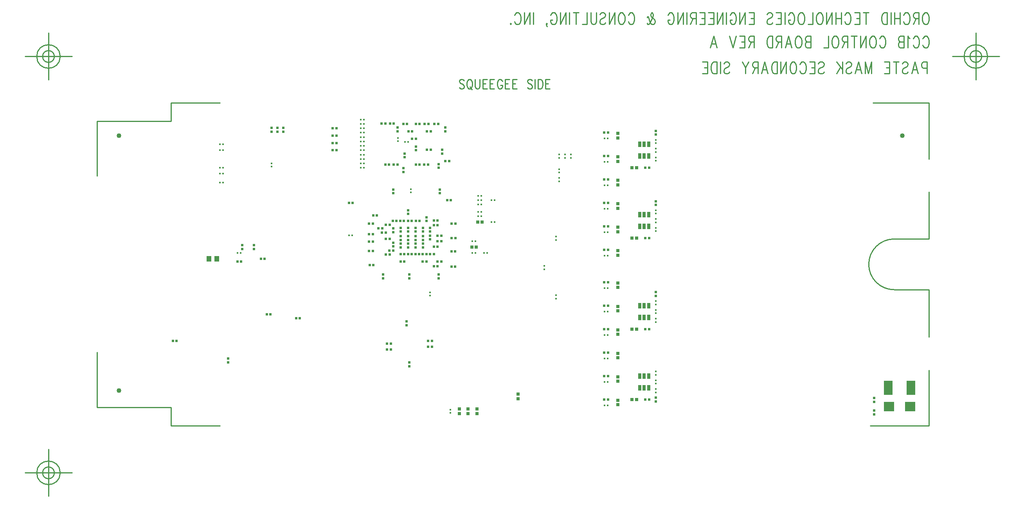
<source format=gbr>
*
*
G04 PADS 9.2 Build Number: 414666 generated Gerber (RS-274-X) file*
G04 PC Version=2.1*
*
%IN "CC1B_080118.pcb"*%
*
%MOIN*%
*
%FSLAX24Y24*%
*
*
*
*
G04 PC Standard Apertures*
*
*
G04 Thermal Relief Aperture macro.*
%AMTER*
1,1,$1,0,0*
1,0,$1-$2,0,0*
21,0,$3,$4,0,0,45*
21,0,$3,$4,0,0,135*
%
*
*
G04 Annular Aperture macro.*
%AMANN*
1,1,$1,0,0*
1,0,$2,0,0*
%
*
*
G04 Odd Aperture macro.*
%AMODD*
1,1,$1,0,0*
1,0,$1-0.005,0,0*
%
*
*
G04 PC Custom Aperture Macros*
*
*
*
*
*
*
G04 PC Aperture Table*
*
%ADD010C,0.001*%
%ADD024R,0.022X0.02*%
%ADD026C,0.04*%
%ADD028C,0.01*%
%ADD050R,0.03X0.03*%
%ADD054R,0.02X0.022*%
%ADD093R,0.04X0.045*%
%ADD109R,0.028X0.028*%
%ADD148R,0.025X0.045*%
%ADD197R,0.016X0.018*%
%ADD199R,0.018X0.016*%
%ADD334R,0.077X0.124*%
%ADD335R,0.09X0.08*%
*
*
*
*
G04 PC Circuitry*
G04 Layer Name CC1B_080118.pcb - circuitry*
%LPD*%
*
*
G04 PC Custom Flashes*
G04 Layer Name CC1B_080118.pcb - flashes*
%LPD*%
*
*
G04 PC Circuitry*
G04 Layer Name CC1B_080118.pcb - circuitry*
%LPD*%
*
G54D10*
G54D24*
G01X61870Y25735D03*
Y25415D03*
X77320Y25090D03*
Y25410D03*
X77070Y28910D03*
Y28590D03*
X116920Y20990D03*
Y21310D03*
Y22385D03*
Y22065D03*
X98320Y44840D03*
Y45160D03*
Y38840D03*
Y39160D03*
Y31090D03*
Y31410D03*
Y22410D03*
Y22090D03*
X65570Y45410D03*
Y45090D03*
X66070Y45410D03*
Y45090D03*
X66570Y45410D03*
Y45090D03*
X77199Y38388D03*
Y38068D03*
Y36892D03*
Y36572D03*
X76570Y36892D03*
Y36572D03*
X77829Y36892D03*
Y36572D03*
Y36183D03*
Y35863D03*
X77199Y35233D03*
Y35553D03*
X78459Y35233D03*
Y35553D03*
X77829Y35233D03*
Y35553D03*
X78459Y36183D03*
Y35863D03*
X77199D03*
Y36183D03*
X76570Y35233D03*
Y35553D03*
X78459Y36892D03*
Y36572D03*
X79089Y36223D03*
Y35903D03*
X75940Y39840D03*
Y40160D03*
X79916Y39840D03*
Y40160D03*
X79089Y36572D03*
Y36892D03*
X78774Y37797D03*
Y37477D03*
X75940Y35632D03*
Y35312D03*
X79820Y32910D03*
Y32590D03*
X77320Y32910D03*
Y32590D03*
X75070Y32910D03*
Y32590D03*
X75940Y36852D03*
Y36532D03*
X76570Y36183D03*
Y35863D03*
X76294Y45115D03*
Y45435D03*
X80388Y45115D03*
Y45435D03*
X76924Y43230D03*
Y42910D03*
X77869Y43501D03*
Y43821D03*
X76794Y41976D03*
Y41656D03*
X80113Y43225D03*
Y43545D03*
X79798Y42005D03*
Y42325D03*
X64070Y35410D03*
Y35090D03*
X63070Y35410D03*
Y35090D03*
G54D26*
X52570Y44750D03*
Y23000D03*
X119320Y44750D03*
G54D28*
X81964Y49447D02*
X81908Y49525D01*
X81823Y49563*
X81823D02*
X81710D01*
X81710D02*
X81626Y49525D01*
X81570Y49447*
X81570D02*
Y49370D01*
X81598Y49292*
X81598D02*
X81626Y49253D01*
X81626D02*
X81682Y49215D01*
X81682D02*
X81851Y49137D01*
X81851D02*
X81908Y49098D01*
X81908D02*
X81936Y49060D01*
X81964Y48982*
X81964D02*
Y48866D01*
X81964D02*
X81908Y48788D01*
X81908D02*
X81823Y48750D01*
X81823D02*
X81710D01*
X81710D02*
X81626Y48788D01*
X81626D02*
X81570Y48866D01*
X82387Y49563D02*
X82330Y49525D01*
X82330D02*
X82274Y49447D01*
X82274D02*
X82246Y49370D01*
X82218Y49253*
X82218D02*
Y49060D01*
X82246Y48943*
X82246D02*
X82274Y48866D01*
X82274D02*
X82330Y48788D01*
X82330D02*
X82387Y48750D01*
X82500*
X82556Y48788*
X82556D02*
X82612Y48866D01*
X82612D02*
X82640Y48943D01*
X82640D02*
X82669Y49060D01*
Y49253*
X82669D02*
X82640Y49370D01*
X82640D02*
X82612Y49447D01*
X82612D02*
X82556Y49525D01*
X82500Y49563*
X82500D02*
X82387D01*
X82471Y48905D02*
X82640Y48672D01*
X82922Y49563D02*
Y48982D01*
X82922D02*
X82950Y48866D01*
X82950D02*
X83007Y48788D01*
X83007D02*
X83091Y48750D01*
X83091D02*
X83148D01*
X83232Y48788*
X83232D02*
X83289Y48866D01*
X83317Y48982*
X83317D02*
Y49563D01*
X83570D02*
Y48750D01*
Y49563D02*
X83937D01*
X83570Y49176D02*
X83796D01*
X83570Y48750D02*
X83937D01*
X84190Y49563D02*
Y48750D01*
Y49563D02*
X84557D01*
X84190Y49176D02*
X84416D01*
X84190Y48750D02*
X84557D01*
X85233Y49370D02*
X85205Y49447D01*
X85205D02*
X85149Y49525D01*
X85092Y49563*
X85092D02*
X84980D01*
X84980D02*
X84923Y49525D01*
X84923D02*
X84867Y49447D01*
X84867D02*
X84839Y49370D01*
X84810Y49253*
X84810D02*
Y49060D01*
X84810D02*
X84839Y48943D01*
X84839D02*
X84867Y48866D01*
X84923Y48788*
X84923D02*
X84980Y48750D01*
X85092*
X85092D02*
X85149Y48788D01*
X85149D02*
X85205Y48866D01*
X85233Y48943*
X85233D02*
Y49060D01*
X85092D02*
X85233D01*
X85487Y49563D02*
Y48750D01*
Y49563D02*
X85853D01*
X85487Y49176D02*
X85712D01*
X85487Y48750D02*
X85853D01*
X86107Y49563D02*
Y48750D01*
Y49563D02*
X86473D01*
X86107Y49176D02*
X86332D01*
X86107Y48750D02*
X86473D01*
X87770Y49447D02*
X87713Y49525D01*
X87713D02*
X87629Y49563D01*
X87629D02*
X87516D01*
X87516D02*
X87431Y49525D01*
X87431D02*
X87375Y49447D01*
X87375D02*
Y49370D01*
X87403Y49292*
X87403D02*
X87431Y49253D01*
X87431D02*
X87488Y49215D01*
X87657Y49137*
X87657D02*
X87713Y49098D01*
X87713D02*
X87741Y49060D01*
X87741D02*
X87770Y48982D01*
X87770D02*
Y48866D01*
X87713Y48788*
X87713D02*
X87629Y48750D01*
X87516*
X87431Y48788*
X87431D02*
X87375Y48866D01*
X88023Y49563D02*
Y48750D01*
X88277Y49563D02*
Y48750D01*
Y49563D02*
X88474D01*
X88474D02*
X88559Y49525D01*
X88615Y49447*
X88615D02*
X88643Y49370D01*
X88643D02*
X88671Y49253D01*
X88671D02*
Y49060D01*
X88671D02*
X88643Y48943D01*
X88643D02*
X88615Y48866D01*
X88559Y48788*
X88559D02*
X88474Y48750D01*
X88474D02*
X88277D01*
X88925Y49563D02*
Y48750D01*
Y49563D02*
X89291D01*
X88925Y49176D02*
X89150D01*
X88925Y48750D02*
X89291D01*
X121425Y51034D02*
Y50050D01*
Y51034D02*
X121118D01*
X121015Y50987*
X121015D02*
X120981Y50940D01*
X120981D02*
X120947Y50846D01*
X120947D02*
Y50706D01*
X120947D02*
X120981Y50612D01*
X120981D02*
X121015Y50565D01*
X121015D02*
X121118Y50518D01*
X121118D02*
X121425D01*
X120368Y51034D02*
X120640Y50050D01*
X120368Y51034D02*
X120095Y50050D01*
X120538Y50378D02*
X120197D01*
X119311Y50893D02*
X119379Y50987D01*
X119379D02*
X119481Y51034D01*
X119481D02*
X119618D01*
X119720Y50987*
X119720D02*
X119788Y50893D01*
X119788D02*
Y50800D01*
X119788D02*
X119754Y50706D01*
X119754D02*
X119720Y50659D01*
X119652Y50612*
X119652D02*
X119447Y50518D01*
X119447D02*
X119379Y50471D01*
X119379D02*
X119345Y50425D01*
X119311Y50331*
Y50190*
X119311D02*
X119379Y50096D01*
X119379D02*
X119481Y50050D01*
X119481D02*
X119618D01*
X119720Y50096*
X119720D02*
X119788Y50190D01*
X118765Y51034D02*
Y50050D01*
X119004Y51034D02*
X118527D01*
X118220D02*
Y50050D01*
Y51034D02*
X117777D01*
X118220Y50565D02*
X117947D01*
X118220Y50050D02*
X117777D01*
X116686Y51034D02*
Y50050D01*
Y51034D02*
X116413Y50050D01*
X116140Y51034D02*
X116413Y50050D01*
X116140Y51034D02*
Y50050D01*
X115561Y51034D02*
X115834Y50050D01*
X115561Y51034D02*
X115288Y50050D01*
X115731Y50378D02*
X115390D01*
X114504Y50893D02*
X114572Y50987D01*
X114572D02*
X114675Y51034D01*
X114811*
X114913Y50987*
X114913D02*
X114981Y50893D01*
X114981D02*
Y50800D01*
X114981D02*
X114947Y50706D01*
X114947D02*
X114913Y50659D01*
X114913D02*
X114845Y50612D01*
X114845D02*
X114640Y50518D01*
X114640D02*
X114572Y50471D01*
X114572D02*
X114538Y50425D01*
X114538D02*
X114504Y50331D01*
X114504D02*
Y50190D01*
X114504D02*
X114572Y50096D01*
X114572D02*
X114675Y50050D01*
X114811*
X114913Y50096*
X114913D02*
X114981Y50190D01*
X114197Y51034D02*
Y50050D01*
X113720Y51034D02*
X114197Y50378D01*
X114027Y50612D02*
X113720Y50050D01*
X112152Y50893D02*
X112220Y50987D01*
X112220D02*
X112322Y51034D01*
X112322D02*
X112459D01*
X112561Y50987*
X112561D02*
X112629Y50893D01*
X112629D02*
Y50800D01*
X112629D02*
X112595Y50706D01*
X112561Y50659*
X112493Y50612*
X112493D02*
X112288Y50518D01*
X112288D02*
X112220Y50471D01*
X112220D02*
X112186Y50425D01*
X112152Y50331*
Y50190*
X112152D02*
X112220Y50096D01*
X112220D02*
X112322Y50050D01*
X112322D02*
X112459D01*
X112561Y50096*
X112561D02*
X112629Y50190D01*
X111845Y51034D02*
Y50050D01*
Y51034D02*
X111402D01*
X111845Y50565D02*
X111572D01*
X111845Y50050D02*
X111402D01*
X110584Y50800D02*
X110618Y50893D01*
X110618D02*
X110686Y50987D01*
X110686D02*
X110754Y51034D01*
X110754D02*
X110890D01*
X110890D02*
X110959Y50987D01*
X110959D02*
X111027Y50893D01*
X111027D02*
X111061Y50800D01*
X111095Y50659*
Y50425*
X111061Y50284*
X111027Y50190*
X111027D02*
X110959Y50096D01*
X110959D02*
X110890Y50050D01*
X110890D02*
X110754D01*
X110754D02*
X110686Y50096D01*
X110686D02*
X110618Y50190D01*
X110618D02*
X110584Y50284D01*
X110072Y51034D02*
X110140Y50987D01*
X110140D02*
X110209Y50893D01*
X110209D02*
X110243Y50800D01*
X110277Y50659*
Y50425*
X110243Y50284*
X110209Y50190*
X110209D02*
X110140Y50096D01*
X110140D02*
X110072Y50050D01*
X110072D02*
X109936D01*
X109868Y50096*
X109868D02*
X109800Y50190D01*
X109800D02*
X109765Y50284D01*
X109765D02*
X109731Y50425D01*
X109731D02*
Y50659D01*
X109731D02*
X109765Y50800D01*
X109765D02*
X109800Y50893D01*
X109800D02*
X109868Y50987D01*
X109868D02*
X109936Y51034D01*
X110072*
X109425D02*
Y50050D01*
Y51034D02*
X108947Y50050D01*
Y51034D02*
Y50050D01*
X108640Y51034D02*
Y50050D01*
Y51034D02*
X108402D01*
X108300Y50987*
X108300D02*
X108231Y50893D01*
X108231D02*
X108197Y50800D01*
X108197D02*
X108163Y50659D01*
X108163D02*
Y50425D01*
X108163D02*
X108197Y50284D01*
X108197D02*
X108231Y50190D01*
X108231D02*
X108300Y50096D01*
X108300D02*
X108402Y50050D01*
X108640*
X107584Y51034D02*
X107856Y50050D01*
X107584Y51034D02*
X107311Y50050D01*
X107754Y50378D02*
X107413D01*
X107004Y51034D02*
Y50050D01*
Y51034D02*
X106697D01*
X106697D02*
X106595Y50987D01*
X106595D02*
X106561Y50940D01*
X106561D02*
X106527Y50846D01*
X106527D02*
Y50753D01*
X106561Y50659*
X106595Y50612*
X106595D02*
X106697Y50565D01*
X106697D02*
X107004D01*
X106765D02*
X106527Y50050D01*
X106220Y51034D02*
X105947Y50565D01*
X105947D02*
Y50050D01*
X105675Y51034D02*
X105947Y50565D01*
X104106Y50893D02*
X104175Y50987D01*
X104175D02*
X104277Y51034D01*
X104413*
X104413D02*
X104515Y50987D01*
X104515D02*
X104584Y50893D01*
X104584D02*
Y50800D01*
X104550Y50706*
X104515Y50659*
X104515D02*
X104447Y50612D01*
X104447D02*
X104243Y50518D01*
X104243D02*
X104175Y50471D01*
X104175D02*
X104140Y50425D01*
X104140D02*
X104106Y50331D01*
X104106D02*
Y50190D01*
X104106D02*
X104175Y50096D01*
X104175D02*
X104277Y50050D01*
X104413*
X104413D02*
X104515Y50096D01*
X104515D02*
X104584Y50190D01*
X103800Y51034D02*
Y50050D01*
X103493Y51034D02*
Y50050D01*
Y51034D02*
X103254D01*
X103254D02*
X103152Y50987D01*
X103152D02*
X103084Y50893D01*
X103084D02*
X103050Y50800D01*
X103015Y50659*
X103015D02*
Y50425D01*
X103015D02*
X103050Y50284D01*
X103084Y50190*
X103084D02*
X103152Y50096D01*
X103152D02*
X103254Y50050D01*
X103254D02*
X103493D01*
X102709Y51034D02*
Y50050D01*
Y51034D02*
X102265D01*
X102709Y50565D02*
X102436D01*
X102709Y50050D02*
X102265D01*
X121058Y53000D02*
X121092Y53093D01*
X121092D02*
X121160Y53187D01*
X121160D02*
X121229Y53234D01*
X121365*
X121433Y53187*
X121433D02*
X121501Y53093D01*
X121501D02*
X121535Y53000D01*
X121535D02*
X121570Y52859D01*
Y52625*
X121535Y52484*
X121535D02*
X121501Y52390D01*
X121501D02*
X121433Y52296D01*
X121433D02*
X121365Y52250D01*
X121229*
X121160Y52296*
X121160D02*
X121092Y52390D01*
X121092D02*
X121058Y52484D01*
X120240Y53000D02*
X120274Y53093D01*
X120274D02*
X120342Y53187D01*
X120342D02*
X120410Y53234D01*
X120410D02*
X120547D01*
X120615Y53187*
X120615D02*
X120683Y53093D01*
X120683D02*
X120717Y53000D01*
X120717D02*
X120751Y52859D01*
X120751D02*
Y52625D01*
X120751D02*
X120717Y52484D01*
X120717D02*
X120683Y52390D01*
X120683D02*
X120615Y52296D01*
X120615D02*
X120547Y52250D01*
X120410*
X120410D02*
X120342Y52296D01*
X120342D02*
X120274Y52390D01*
X120274D02*
X120240Y52484D01*
X119933Y53046D02*
X119865Y53093D01*
X119865D02*
X119763Y53234D01*
Y52250*
X119456Y53234D02*
Y52250D01*
Y53234D02*
X119149D01*
X119149D02*
X119047Y53187D01*
X119047D02*
X119013Y53140D01*
X119013D02*
X118979Y53046D01*
X118979D02*
Y52953D01*
X119013Y52859*
X119047Y52812*
X119047D02*
X119149Y52765D01*
X119456D02*
X119149D01*
X119149D02*
X119047Y52718D01*
X119047D02*
X119013Y52671D01*
X119013D02*
X118979Y52578D01*
Y52437*
X118979D02*
X119013Y52343D01*
X119013D02*
X119047Y52296D01*
X119047D02*
X119149Y52250D01*
X119149D02*
X119456D01*
X117376Y53000D02*
X117410Y53093D01*
X117410D02*
X117479Y53187D01*
X117479D02*
X117547Y53234D01*
X117683*
X117683D02*
X117751Y53187D01*
X117751D02*
X117820Y53093D01*
X117820D02*
X117854Y53000D01*
X117888Y52859*
Y52625*
X117854Y52484*
X117820Y52390*
X117820D02*
X117751Y52296D01*
X117751D02*
X117683Y52250D01*
X117683D02*
X117547D01*
X117479Y52296*
X117479D02*
X117410Y52390D01*
X117410D02*
X117376Y52484D01*
X116865Y53234D02*
X116933Y53187D01*
X116933D02*
X117001Y53093D01*
X117001D02*
X117035Y53000D01*
X117035D02*
X117070Y52859D01*
Y52625*
X117035Y52484*
X117035D02*
X117001Y52390D01*
X117001D02*
X116933Y52296D01*
X116933D02*
X116865Y52250D01*
X116729*
X116660Y52296*
X116660D02*
X116592Y52390D01*
X116592D02*
X116558Y52484D01*
X116558D02*
X116524Y52625D01*
X116524D02*
Y52859D01*
X116524D02*
X116558Y53000D01*
X116558D02*
X116592Y53093D01*
X116592D02*
X116660Y53187D01*
X116660D02*
X116729Y53234D01*
X116865*
X116217D02*
Y52250D01*
Y53234D02*
X115740Y52250D01*
Y53234D02*
Y52250D01*
X115195Y53234D02*
Y52250D01*
X115433Y53234D02*
X114956D01*
X114649D02*
Y52250D01*
Y53234D02*
X114342D01*
X114342D02*
X114240Y53187D01*
X114240D02*
X114206Y53140D01*
X114206D02*
X114172Y53046D01*
X114172D02*
Y52953D01*
X114206Y52859*
X114240Y52812*
X114240D02*
X114342Y52765D01*
X114342D02*
X114649D01*
X114410D02*
X114172Y52250D01*
X113660Y53234D02*
X113729Y53187D01*
X113729D02*
X113797Y53093D01*
X113797D02*
X113831Y53000D01*
X113865Y52859*
Y52625*
X113831Y52484*
X113797Y52390*
X113797D02*
X113729Y52296D01*
X113729D02*
X113660Y52250D01*
X113660D02*
X113524D01*
X113524D02*
X113456Y52296D01*
X113456D02*
X113388Y52390D01*
X113388D02*
X113354Y52484D01*
X113320Y52625*
Y52859*
X113354Y53000*
X113388Y53093*
X113388D02*
X113456Y53187D01*
X113456D02*
X113524Y53234D01*
X113524D02*
X113660D01*
X113013D02*
Y52250D01*
X112604*
X111513Y53234D02*
Y52250D01*
Y53234D02*
X111206D01*
X111104Y53187*
X111104D02*
X111070Y53140D01*
X111070D02*
X111035Y53046D01*
X111035D02*
Y52953D01*
X111035D02*
X111070Y52859D01*
X111104Y52812*
X111104D02*
X111206Y52765D01*
X111513D02*
X111206D01*
X111206D02*
X111104Y52718D01*
X111104D02*
X111070Y52671D01*
X111070D02*
X111035Y52578D01*
X111035D02*
Y52437D01*
X111035D02*
X111070Y52343D01*
X111070D02*
X111104Y52296D01*
X111104D02*
X111206Y52250D01*
X111513*
X110524Y53234D02*
X110592Y53187D01*
X110592D02*
X110660Y53093D01*
X110660D02*
X110695Y53000D01*
X110729Y52859*
Y52625*
X110695Y52484*
X110660Y52390*
X110660D02*
X110592Y52296D01*
X110592D02*
X110524Y52250D01*
X110524D02*
X110388D01*
X110320Y52296*
X110320D02*
X110251Y52390D01*
X110251D02*
X110217Y52484D01*
X110217D02*
X110183Y52625D01*
X110183D02*
Y52859D01*
X110183D02*
X110217Y53000D01*
X110217D02*
X110251Y53093D01*
X110251D02*
X110320Y53187D01*
X110320D02*
X110388Y53234D01*
X110524*
X109604D02*
X109876Y52250D01*
X109604Y53234D02*
X109331Y52250D01*
X109774Y52578D02*
X109433D01*
X109024Y53234D02*
Y52250D01*
Y53234D02*
X108717D01*
X108717D02*
X108615Y53187D01*
X108615D02*
X108581Y53140D01*
X108581D02*
X108547Y53046D01*
X108547D02*
Y52953D01*
X108581Y52859*
X108615Y52812*
X108615D02*
X108717Y52765D01*
X108717D02*
X109024D01*
X108785D02*
X108547Y52250D01*
X108240Y53234D02*
Y52250D01*
Y53234D02*
X108001D01*
X108001D02*
X107899Y53187D01*
X107899D02*
X107831Y53093D01*
X107831D02*
X107797Y53000D01*
X107763Y52859*
Y52625*
X107797Y52484*
X107831Y52390*
X107831D02*
X107899Y52296D01*
X107899D02*
X108001Y52250D01*
X108001D02*
X108240D01*
X106672Y53234D02*
Y52250D01*
Y53234D02*
X106365D01*
X106263Y53187*
X106263D02*
X106229Y53140D01*
X106229D02*
X106195Y53046D01*
X106195D02*
Y52953D01*
X106229Y52859*
X106263Y52812*
X106263D02*
X106365Y52765D01*
X106365D02*
X106672D01*
X106433D02*
X106195Y52250D01*
X105888Y53234D02*
Y52250D01*
Y53234D02*
X105445D01*
X105888Y52765D02*
X105615D01*
X105888Y52250D02*
X105445D01*
X105138Y53234D02*
X104865Y52250D01*
X104592Y53234D02*
X104865Y52250D01*
X103229Y53234D02*
X103501Y52250D01*
X103229Y53234D02*
X102956Y52250D01*
X103399Y52578D02*
X103058D01*
X121365Y55234D02*
X121433Y55187D01*
X121433D02*
X121501Y55093D01*
X121501D02*
X121535Y55000D01*
X121535D02*
X121570Y54859D01*
Y54625*
X121535Y54484*
X121535D02*
X121501Y54390D01*
X121501D02*
X121433Y54296D01*
X121433D02*
X121365Y54250D01*
X121229*
X121160Y54296*
X121160D02*
X121092Y54390D01*
X121092D02*
X121058Y54484D01*
X121058D02*
X121024Y54625D01*
X121024D02*
Y54859D01*
X121024D02*
X121058Y55000D01*
X121058D02*
X121092Y55093D01*
X121092D02*
X121160Y55187D01*
X121160D02*
X121229Y55234D01*
X121365*
X120717D02*
Y54250D01*
Y55234D02*
X120410D01*
X120410D02*
X120308Y55187D01*
X120308D02*
X120274Y55140D01*
X120274D02*
X120240Y55046D01*
X120240D02*
Y54953D01*
X120274Y54859*
X120274D02*
X120308Y54812D01*
X120308D02*
X120410Y54765D01*
X120410D02*
X120717D01*
X120479D02*
X120240Y54250D01*
X119422Y55000D02*
X119456Y55093D01*
X119456D02*
X119524Y55187D01*
X119524D02*
X119592Y55234D01*
X119592D02*
X119729D01*
X119797Y55187*
X119797D02*
X119865Y55093D01*
X119865D02*
X119899Y55000D01*
X119899D02*
X119933Y54859D01*
X119933D02*
Y54625D01*
X119933D02*
X119899Y54484D01*
X119899D02*
X119865Y54390D01*
X119865D02*
X119797Y54296D01*
X119797D02*
X119729Y54250D01*
X119592*
X119592D02*
X119524Y54296D01*
X119524D02*
X119456Y54390D01*
X119456D02*
X119422Y54484D01*
X119115Y55234D02*
Y54250D01*
X118638Y55234D02*
Y54250D01*
X119115Y54765D02*
X118638D01*
X118331Y55234D02*
Y54250D01*
X118024Y55234D02*
Y54250D01*
Y55234D02*
X117785D01*
X117785D02*
X117683Y55187D01*
X117683D02*
X117615Y55093D01*
X117615D02*
X117581Y55000D01*
X117547Y54859*
Y54625*
X117581Y54484*
X117615Y54390*
X117615D02*
X117683Y54296D01*
X117683D02*
X117785Y54250D01*
X117785D02*
X118024D01*
X116217Y55234D02*
Y54250D01*
X116456Y55234D02*
X115979D01*
X115672D02*
Y54250D01*
Y55234D02*
X115229D01*
X115672Y54765D02*
X115399D01*
X115672Y54250D02*
X115229D01*
X114410Y55000D02*
X114445Y55093D01*
X114445D02*
X114513Y55187D01*
X114513D02*
X114581Y55234D01*
X114717*
X114717D02*
X114785Y55187D01*
X114785D02*
X114854Y55093D01*
X114854D02*
X114888Y55000D01*
X114922Y54859*
Y54625*
X114888Y54484*
X114854Y54390*
X114854D02*
X114785Y54296D01*
X114785D02*
X114717Y54250D01*
X114717D02*
X114581D01*
X114513Y54296*
X114513D02*
X114445Y54390D01*
X114445D02*
X114410Y54484D01*
X114104Y55234D02*
Y54250D01*
X113626Y55234D02*
Y54250D01*
X114104Y54765D02*
X113626D01*
X113320Y55234D02*
Y54250D01*
Y55234D02*
X112842Y54250D01*
Y55234D02*
Y54250D01*
X112331Y55234D02*
X112399Y55187D01*
X112399D02*
X112467Y55093D01*
X112467D02*
X112501Y55000D01*
X112501D02*
X112535Y54859D01*
X112535D02*
Y54625D01*
X112535D02*
X112501Y54484D01*
X112501D02*
X112467Y54390D01*
X112467D02*
X112399Y54296D01*
X112399D02*
X112331Y54250D01*
X112195*
X112126Y54296*
X112126D02*
X112058Y54390D01*
X112058D02*
X112024Y54484D01*
X112024D02*
X111990Y54625D01*
Y54859*
X112024Y55000*
X112024D02*
X112058Y55093D01*
X112058D02*
X112126Y55187D01*
X112126D02*
X112195Y55234D01*
X112331*
X111683D02*
Y54250D01*
X111683D02*
X111274D01*
X110763Y55234D02*
X110831Y55187D01*
X110831D02*
X110899Y55093D01*
X110899D02*
X110933Y55000D01*
X110933D02*
X110967Y54859D01*
X110967D02*
Y54625D01*
X110967D02*
X110933Y54484D01*
X110933D02*
X110899Y54390D01*
X110899D02*
X110831Y54296D01*
X110831D02*
X110763Y54250D01*
X110626*
X110626D02*
X110558Y54296D01*
X110558D02*
X110490Y54390D01*
X110490D02*
X110456Y54484D01*
X110422Y54625*
Y54859*
X110456Y55000*
X110490Y55093*
X110490D02*
X110558Y55187D01*
X110558D02*
X110626Y55234D01*
X110626D02*
X110763D01*
X109604Y55000D02*
X109638Y55093D01*
X109638D02*
X109706Y55187D01*
X109706D02*
X109774Y55234D01*
X109774D02*
X109910D01*
X109910D02*
X109979Y55187D01*
X109979D02*
X110047Y55093D01*
X110047D02*
X110081Y55000D01*
X110115Y54859*
Y54625*
X110081Y54484*
X110047Y54390*
X110047D02*
X109979Y54296D01*
X109979D02*
X109910Y54250D01*
X109910D02*
X109774D01*
X109774D02*
X109706Y54296D01*
X109706D02*
X109638Y54390D01*
X109638D02*
X109604Y54484D01*
Y54625*
X109774D02*
X109604D01*
X109297Y55234D02*
Y54250D01*
X108990Y55234D02*
Y54250D01*
Y55234D02*
X108547D01*
X108990Y54765D02*
X108717D01*
X108990Y54250D02*
X108547D01*
X107763Y55093D02*
X107831Y55187D01*
X107831D02*
X107933Y55234D01*
X107933D02*
X108070D01*
X108172Y55187*
X108172D02*
X108240Y55093D01*
X108240D02*
Y55000D01*
X108206Y54906*
X108172Y54859*
X108104Y54812*
X108104D02*
X107899Y54718D01*
X107899D02*
X107831Y54671D01*
X107831D02*
X107797Y54625D01*
X107763Y54531*
Y54390*
X107763D02*
X107831Y54296D01*
X107831D02*
X107933Y54250D01*
X107933D02*
X108070D01*
X108172Y54296*
X108172D02*
X108240Y54390D01*
X106672Y55234D02*
Y54250D01*
Y55234D02*
X106229D01*
X106672Y54765D02*
X106399D01*
X106672Y54250D02*
X106229D01*
X105922Y55234D02*
Y54250D01*
Y55234D02*
X105445Y54250D01*
Y55234D02*
Y54250D01*
X104626Y55000D02*
X104660Y55093D01*
X104660D02*
X104729Y55187D01*
X104729D02*
X104797Y55234D01*
X104933*
X104933D02*
X105001Y55187D01*
X105001D02*
X105070Y55093D01*
X105070D02*
X105104Y55000D01*
X105138Y54859*
Y54625*
X105104Y54484*
X105070Y54390*
X105070D02*
X105001Y54296D01*
X105001D02*
X104933Y54250D01*
X104933D02*
X104797D01*
X104729Y54296*
X104729D02*
X104660Y54390D01*
X104660D02*
X104626Y54484D01*
X104626D02*
Y54625D01*
X104797D02*
X104626D01*
X104320Y55234D02*
Y54250D01*
X104013Y55234D02*
Y54250D01*
Y55234D02*
X103535Y54250D01*
Y55234D02*
Y54250D01*
X103229Y55234D02*
Y54250D01*
Y55234D02*
X102785D01*
X103229Y54765D02*
X102956D01*
X103229Y54250D02*
X102785D01*
X102479Y55234D02*
Y54250D01*
Y55234D02*
X102035D01*
X102479Y54765D02*
X102206D01*
X102479Y54250D02*
X102035D01*
X101729Y55234D02*
Y54250D01*
Y55234D02*
X101422D01*
X101320Y55187*
X101320D02*
X101285Y55140D01*
X101285D02*
X101251Y55046D01*
X101251D02*
Y54953D01*
X101251D02*
X101285Y54859D01*
X101285D02*
X101320Y54812D01*
X101320D02*
X101422Y54765D01*
X101422D02*
X101729D01*
X101490D02*
X101251Y54250D01*
X100945Y55234D02*
Y54250D01*
X100638Y55234D02*
Y54250D01*
Y55234D02*
X100160Y54250D01*
Y55234D02*
Y54250D01*
X99342Y55000D02*
X99376Y55093D01*
X99376D02*
X99445Y55187D01*
X99445D02*
X99513Y55234D01*
X99649*
X99649D02*
X99717Y55187D01*
X99717D02*
X99785Y55093D01*
X99785D02*
X99820Y55000D01*
X99854Y54859*
Y54625*
X99820Y54484*
X99785Y54390*
X99785D02*
X99717Y54296D01*
X99717D02*
X99649Y54250D01*
X99649D02*
X99513D01*
X99445Y54296*
X99445D02*
X99376Y54390D01*
X99376D02*
X99342Y54484D01*
X99342D02*
Y54625D01*
X99513D02*
X99342D01*
X97570Y54812D02*
Y54859D01*
X97604Y54906*
X97638*
X97672Y54859*
X97706Y54765*
X97706D02*
X97774Y54531D01*
X97774D02*
X97842Y54390D01*
X97842D02*
X97910Y54296D01*
X97910D02*
X97979Y54250D01*
X98115*
X98183Y54296*
X98183D02*
X98217Y54343D01*
X98217D02*
X98251Y54437D01*
X98251D02*
Y54531D01*
X98251D02*
X98217Y54625D01*
X98217D02*
X98183Y54671D01*
X98183D02*
X97945Y54859D01*
X97910Y54906*
X97910D02*
X97876Y55000D01*
X97876D02*
Y55093D01*
X97876D02*
X97910Y55187D01*
X97910D02*
X97979Y55234D01*
X98047Y55187*
X98047D02*
X98081Y55093D01*
X98081D02*
Y55000D01*
X98047Y54859*
X97979Y54718*
X97979D02*
X97808Y54390D01*
X97808D02*
X97740Y54296D01*
X97740D02*
X97672Y54250D01*
X97604*
X97570Y54296*
X97570D02*
Y54343D01*
X95967Y55000D02*
X96001Y55093D01*
X96001D02*
X96070Y55187D01*
X96070D02*
X96138Y55234D01*
X96274*
X96274D02*
X96342Y55187D01*
X96342D02*
X96410Y55093D01*
X96410D02*
X96445Y55000D01*
X96479Y54859*
Y54625*
X96445Y54484*
X96410Y54390*
X96410D02*
X96342Y54296D01*
X96342D02*
X96274Y54250D01*
X96274D02*
X96138D01*
X96070Y54296*
X96070D02*
X96001Y54390D01*
X96001D02*
X95967Y54484D01*
X95456Y55234D02*
X95524Y55187D01*
X95524D02*
X95592Y55093D01*
X95592D02*
X95626Y55000D01*
X95626D02*
X95660Y54859D01*
X95660D02*
Y54625D01*
X95660D02*
X95626Y54484D01*
X95626D02*
X95592Y54390D01*
X95592D02*
X95524Y54296D01*
X95524D02*
X95456Y54250D01*
X95320*
X95251Y54296*
X95251D02*
X95183Y54390D01*
X95183D02*
X95149Y54484D01*
X95149D02*
X95115Y54625D01*
Y54859*
X95149Y55000*
X95149D02*
X95183Y55093D01*
X95183D02*
X95251Y55187D01*
X95251D02*
X95320Y55234D01*
X95456*
X94808D02*
Y54250D01*
Y55234D02*
X94331Y54250D01*
Y55234D02*
Y54250D01*
X93547Y55093D02*
X93615Y55187D01*
X93615D02*
X93717Y55234D01*
X93717D02*
X93854D01*
X93956Y55187*
X93956D02*
X94024Y55093D01*
X94024D02*
Y55000D01*
X94024D02*
X93990Y54906D01*
X93956Y54859*
X93888Y54812*
X93888D02*
X93683Y54718D01*
X93683D02*
X93615Y54671D01*
X93615D02*
X93581Y54625D01*
X93547Y54531*
Y54390*
X93547D02*
X93615Y54296D01*
X93615D02*
X93717Y54250D01*
X93717D02*
X93854D01*
X93956Y54296*
X93956D02*
X94024Y54390D01*
X93240Y55234D02*
Y54531D01*
X93206Y54390*
X93206D02*
X93138Y54296D01*
X93138D02*
X93035Y54250D01*
X93035D02*
X92967D01*
X92967D02*
X92865Y54296D01*
X92865D02*
X92797Y54390D01*
X92797D02*
X92763Y54531D01*
Y55234*
X92456D02*
Y54250D01*
X92047*
X91501Y55234D02*
Y54250D01*
X91740Y55234D02*
X91263D01*
X90956D02*
Y54250D01*
X90649Y55234D02*
Y54250D01*
Y55234D02*
X90172Y54250D01*
Y55234D02*
Y54250D01*
X89354Y55000D02*
X89388Y55093D01*
X89388D02*
X89456Y55187D01*
X89456D02*
X89524Y55234D01*
X89524D02*
X89660D01*
X89660D02*
X89729Y55187D01*
X89729D02*
X89797Y55093D01*
X89797D02*
X89831Y55000D01*
X89865Y54859*
Y54625*
X89831Y54484*
X89797Y54390*
X89797D02*
X89729Y54296D01*
X89729D02*
X89660Y54250D01*
X89660D02*
X89524D01*
X89524D02*
X89456Y54296D01*
X89456D02*
X89388Y54390D01*
X89388D02*
X89354Y54484D01*
Y54625*
X89524D02*
X89354D01*
X88979Y54296D02*
X89013Y54250D01*
X89047Y54296*
X89047D02*
X89013Y54343D01*
X89013D02*
X88979Y54296D01*
X88979D02*
Y54203D01*
X89013Y54109*
X89047Y54062*
X87888Y55234D02*
Y54250D01*
X87581Y55234D02*
Y54250D01*
Y55234D02*
X87104Y54250D01*
Y55234D02*
Y54250D01*
X86285Y55000D02*
X86320Y55093D01*
X86320D02*
X86388Y55187D01*
X86388D02*
X86456Y55234D01*
X86592*
X86592D02*
X86660Y55187D01*
X86660D02*
X86729Y55093D01*
X86729D02*
X86763Y55000D01*
X86797Y54859*
Y54625*
X86763Y54484*
X86729Y54390*
X86729D02*
X86660Y54296D01*
X86660D02*
X86592Y54250D01*
X86592D02*
X86456D01*
X86388Y54296*
X86388D02*
X86320Y54390D01*
X86320D02*
X86285Y54484D01*
X85945Y54343D02*
X85979Y54296D01*
X85979D02*
X85945Y54250D01*
X85910Y54296*
X85910D02*
X85945Y54343D01*
X126570Y51500D02*
G75*
G03X126570I-1000J0D01*
G01X126070D02*
G03X126070I-500J0D01*
G01X125570Y53500D02*
Y49500D01*
X127570Y51500D02*
X123570D01*
X47570D02*
G03X47570I-1000J0D01*
G01X47070D02*
G03X47070I-500J0D01*
G01X46570Y53500D02*
Y49500D01*
X48570Y51500D02*
X44570D01*
X47570Y16000D02*
G03X47570I-1000J0D01*
G01X47070D02*
G03X47070I-500J0D01*
G01X46570Y18000D02*
Y14000D01*
X48570Y16000D02*
X44570D01*
X116570Y20000D02*
X121570D01*
Y24750*
Y42750D02*
Y47560D01*
X116820*
X61160Y47559D02*
X57005D01*
Y45985*
X50705*
Y41300*
X61167Y20000D02*
X57002D01*
Y21573*
X50703*
Y26270*
X121570Y27596D02*
Y31614D01*
X118620*
Y35940D02*
G03Y31614I-7J-2162D01*
G01Y35940D02*
X121570D01*
Y39956*
G54D50*
X86570Y22300D03*
Y22700D03*
G54D54*
X65480Y29500D03*
X65160D03*
X97410Y42000D03*
X97730D03*
X97410Y36000D03*
X97730D03*
X97410Y28250D03*
X97730D03*
X97410Y22250D03*
X97730D03*
X93910Y35000D03*
X94230D03*
X93910Y37000D03*
X94230D03*
X93910Y32250D03*
X94230D03*
X93910Y30250D03*
X94230D03*
X93910Y39000D03*
X94230D03*
X93910Y41000D03*
X94230D03*
X93910Y26250D03*
X94230D03*
X93910Y28250D03*
X94230D03*
X93910Y24250D03*
X94230D03*
X93910Y22250D03*
X94230D03*
X93910Y43000D03*
X94230D03*
X93910Y45000D03*
X94230D03*
X67980Y29175D03*
X67660D03*
X75410Y27000D03*
X75730D03*
X79230Y27250D03*
X78910D03*
X79230Y26750D03*
X78910D03*
X75410Y26500D03*
X75730D03*
X74235Y37950D03*
X74555D03*
X72480Y39000D03*
X72160D03*
X80855Y39250D03*
X80535D03*
X78777Y34015D03*
X78457D03*
X79402Y33622D03*
X79722D03*
X78457Y34645D03*
X78777D03*
X79717Y34015D03*
X80037D03*
X75312Y36496D03*
X74992D03*
X74210Y36338D03*
X73890D03*
X79087Y34645D03*
X79407D03*
X75627Y37165D03*
X75307D03*
X75627Y34606D03*
X75307D03*
X77827Y34645D03*
X78147D03*
X77517Y37480D03*
X77197D03*
X77866D03*
X78186D03*
X76218D03*
X75898D03*
X76528D03*
X76848D03*
X77517Y34645D03*
X77197D03*
X74249Y33700D03*
X73929D03*
X79402Y37519D03*
X79722D03*
X79402Y37126D03*
X79722D03*
X75942Y34960D03*
X75622D03*
X76887Y34645D03*
X76567D03*
X80898Y33582D03*
X81218D03*
X79402Y35275D03*
X79722D03*
X74210Y34921D03*
X73890D03*
X80898Y34881D03*
X81218D03*
X80910Y36000D03*
X81230D03*
X80910Y37250D03*
X81230D03*
X74210Y37244D03*
X73890D03*
X74210Y35708D03*
X73890D03*
X76887Y34015D03*
X76567D03*
X79717Y36220D03*
X80037D03*
X79717Y35748D03*
X80037D03*
X75627Y35944D03*
X75307D03*
X74997Y36850D03*
X74677D03*
X77866Y42283D03*
X78186D03*
X78934Y45748D03*
X78614D03*
X77871Y44488D03*
X77551D03*
X75268Y42283D03*
X75588D03*
X75976D03*
X76296D03*
X79131Y43543D03*
X78811D03*
X79131Y45118D03*
X78811D03*
X79441Y45748D03*
X79761D03*
X77866D03*
X78186D03*
X80386Y42598D03*
X80706D03*
X78575Y42283D03*
X78895D03*
X77236Y45118D03*
X77556D03*
X77123Y45748D03*
X76803D03*
X75273Y45787D03*
X74953D03*
X75982D03*
X75662D03*
X71105Y44125D03*
X70785D03*
X71105Y45375D03*
X70785D03*
X71105Y43500D03*
X70785D03*
X71105Y44750D03*
X70785D03*
X57480Y27250D03*
X57160D03*
X62660Y34000D03*
X62980D03*
X64980Y34250D03*
X64660D03*
G54D93*
X60900D03*
X60240D03*
G54D109*
X96660Y42000D03*
X96280D03*
X96660Y36000D03*
X96280D03*
X96660Y28250D03*
X96280D03*
X96660Y22250D03*
X96280D03*
X82630Y35250D03*
X83010D03*
X81570Y21060D03*
Y21440D03*
X82320Y21060D03*
Y21440D03*
X83070Y21060D03*
Y21440D03*
X95070Y34940D03*
Y34560D03*
Y36940D03*
Y36560D03*
Y32190D03*
Y31810D03*
Y30190D03*
Y29810D03*
Y38940D03*
Y38560D03*
Y40940D03*
Y40560D03*
Y28190D03*
Y27810D03*
Y26190D03*
Y25810D03*
Y24190D03*
Y23810D03*
Y22190D03*
Y21810D03*
Y44940D03*
Y44560D03*
Y42940D03*
Y42560D03*
X83510Y37375D03*
X83130D03*
G54D148*
X97694Y44000D03*
X97320D03*
X96946D03*
Y43000D03*
X97320D03*
X97694D03*
Y38000D03*
X97320D03*
X96946D03*
Y37000D03*
X97320D03*
X97694D03*
Y30250D03*
X97320D03*
X96946D03*
Y29250D03*
X97320D03*
X97694D03*
Y24250D03*
X97320D03*
X96946D03*
Y23250D03*
X97320D03*
X97694D03*
G54D197*
X65570Y42112D03*
Y42388D03*
X91070Y43138D03*
Y42862D03*
X88820Y33362D03*
Y33638D03*
X98320Y44388D03*
Y44112D03*
Y38388D03*
Y38112D03*
Y30638D03*
Y30362D03*
Y22862D03*
Y23138D03*
Y43362D03*
Y43638D03*
Y37362D03*
Y37638D03*
Y29612D03*
Y29888D03*
Y23612D03*
Y23888D03*
Y42888D03*
Y42612D03*
Y36888D03*
Y36612D03*
Y29138D03*
Y28862D03*
Y24362D03*
Y24638D03*
X80820Y21112D03*
Y21388D03*
X90070Y41888D03*
Y41612D03*
Y42862D03*
Y43138D03*
Y41138D03*
Y40862D03*
X90570Y43138D03*
Y42862D03*
X89820Y31138D03*
Y30862D03*
Y35862D03*
Y36138D03*
X77436Y39901D03*
Y40177D03*
X79070Y31388D03*
Y31112D03*
X76333Y44271D03*
Y44547D03*
G54D199*
X83682Y34750D03*
X83958D03*
X82682Y35750D03*
X82958D03*
Y34750D03*
X82682D03*
X72458Y36250D03*
X72182D03*
X83182Y39250D03*
X83458D03*
X84583D03*
X84307D03*
X83458Y37875D03*
X83182D03*
X83458Y38875D03*
X83182D03*
X83458Y39625D03*
X83182D03*
X83458Y38250D03*
X83182D03*
X61182Y42000D03*
X61458D03*
X77219Y44212D03*
X76943D03*
X73458Y45375D03*
X73182D03*
X73458Y45750D03*
X73182D03*
X73458Y42750D03*
X73182D03*
X73458Y43500D03*
X73182D03*
X73458Y46125D03*
X73182D03*
X73458Y45000D03*
X73182D03*
X73458Y44250D03*
X73182D03*
X73458Y42375D03*
X73182D03*
X73458Y43875D03*
X73182D03*
X73458Y42000D03*
X73182D03*
X73458Y44625D03*
X73182D03*
X73458Y43125D03*
X73182D03*
X62682Y34750D03*
X62958D03*
X93932Y34500D03*
X94208D03*
X93932Y36500D03*
X94208D03*
X93932Y31750D03*
X94208D03*
X93932Y29750D03*
X94208D03*
X93932Y38500D03*
X94208D03*
X93932Y40500D03*
X94208D03*
X93932Y27750D03*
X94208D03*
X93932Y25750D03*
X94208D03*
X93932Y23750D03*
X94208D03*
X93932Y21750D03*
X94208D03*
X93932Y44500D03*
X94208D03*
X93932Y42500D03*
X94208D03*
X61182Y43500D03*
X61458D03*
X61182Y44000D03*
X61458D03*
X61182Y40750D03*
X61458D03*
X61182Y41500D03*
X61458D03*
X84583Y37375D03*
X84307D03*
G54D334*
X118105Y23250D03*
X120035D03*
G54D335*
X119970Y21650D03*
X118170D03*
G74*
X0Y0D02*
M02*

</source>
